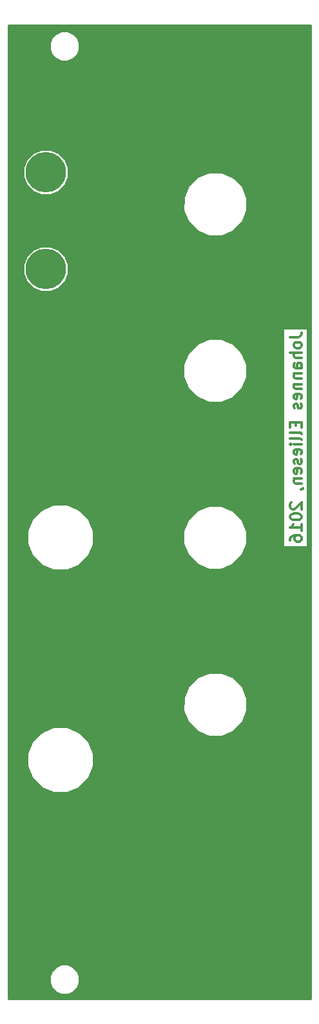
<source format=gbr>
G04 #@! TF.FileFunction,Copper,L2,Bot,Signal*
%FSLAX46Y46*%
G04 Gerber Fmt 4.6, Leading zero omitted, Abs format (unit mm)*
G04 Created by KiCad (PCBNEW 4.0.1-stable) date Mittwoch, 01. Juni 2016 'u57' 17:57:12*
%MOMM*%
G01*
G04 APERTURE LIST*
%ADD10C,0.150000*%
%ADD11C,0.300000*%
%ADD12C,3.200000*%
%ADD13C,5.300000*%
%ADD14C,7.800000*%
%ADD15C,0.254000*%
G04 APERTURE END LIST*
D10*
D11*
X118053571Y-73346429D02*
X119125000Y-73346429D01*
X119339286Y-73275001D01*
X119482143Y-73132144D01*
X119553571Y-72917858D01*
X119553571Y-72775001D01*
X119553571Y-74275001D02*
X119482143Y-74132143D01*
X119410714Y-74060715D01*
X119267857Y-73989286D01*
X118839286Y-73989286D01*
X118696429Y-74060715D01*
X118625000Y-74132143D01*
X118553571Y-74275001D01*
X118553571Y-74489286D01*
X118625000Y-74632143D01*
X118696429Y-74703572D01*
X118839286Y-74775001D01*
X119267857Y-74775001D01*
X119410714Y-74703572D01*
X119482143Y-74632143D01*
X119553571Y-74489286D01*
X119553571Y-74275001D01*
X119553571Y-75417858D02*
X118053571Y-75417858D01*
X119553571Y-76060715D02*
X118767857Y-76060715D01*
X118625000Y-75989286D01*
X118553571Y-75846429D01*
X118553571Y-75632144D01*
X118625000Y-75489286D01*
X118696429Y-75417858D01*
X119553571Y-77417858D02*
X118767857Y-77417858D01*
X118625000Y-77346429D01*
X118553571Y-77203572D01*
X118553571Y-76917858D01*
X118625000Y-76775001D01*
X119482143Y-77417858D02*
X119553571Y-77275001D01*
X119553571Y-76917858D01*
X119482143Y-76775001D01*
X119339286Y-76703572D01*
X119196429Y-76703572D01*
X119053571Y-76775001D01*
X118982143Y-76917858D01*
X118982143Y-77275001D01*
X118910714Y-77417858D01*
X118553571Y-78132144D02*
X119553571Y-78132144D01*
X118696429Y-78132144D02*
X118625000Y-78203572D01*
X118553571Y-78346430D01*
X118553571Y-78560715D01*
X118625000Y-78703572D01*
X118767857Y-78775001D01*
X119553571Y-78775001D01*
X118553571Y-79489287D02*
X119553571Y-79489287D01*
X118696429Y-79489287D02*
X118625000Y-79560715D01*
X118553571Y-79703573D01*
X118553571Y-79917858D01*
X118625000Y-80060715D01*
X118767857Y-80132144D01*
X119553571Y-80132144D01*
X119482143Y-81417858D02*
X119553571Y-81275001D01*
X119553571Y-80989287D01*
X119482143Y-80846430D01*
X119339286Y-80775001D01*
X118767857Y-80775001D01*
X118625000Y-80846430D01*
X118553571Y-80989287D01*
X118553571Y-81275001D01*
X118625000Y-81417858D01*
X118767857Y-81489287D01*
X118910714Y-81489287D01*
X119053571Y-80775001D01*
X119482143Y-82060715D02*
X119553571Y-82203572D01*
X119553571Y-82489287D01*
X119482143Y-82632144D01*
X119339286Y-82703572D01*
X119267857Y-82703572D01*
X119125000Y-82632144D01*
X119053571Y-82489287D01*
X119053571Y-82275001D01*
X118982143Y-82132144D01*
X118839286Y-82060715D01*
X118767857Y-82060715D01*
X118625000Y-82132144D01*
X118553571Y-82275001D01*
X118553571Y-82489287D01*
X118625000Y-82632144D01*
X118767857Y-84489287D02*
X118767857Y-84989287D01*
X119553571Y-85203573D02*
X119553571Y-84489287D01*
X118053571Y-84489287D01*
X118053571Y-85203573D01*
X119553571Y-86060716D02*
X119482143Y-85917858D01*
X119339286Y-85846430D01*
X118053571Y-85846430D01*
X119553571Y-86846430D02*
X119482143Y-86703572D01*
X119339286Y-86632144D01*
X118053571Y-86632144D01*
X119553571Y-87417858D02*
X118553571Y-87417858D01*
X118053571Y-87417858D02*
X118125000Y-87346429D01*
X118196429Y-87417858D01*
X118125000Y-87489286D01*
X118053571Y-87417858D01*
X118196429Y-87417858D01*
X119482143Y-88703572D02*
X119553571Y-88560715D01*
X119553571Y-88275001D01*
X119482143Y-88132144D01*
X119339286Y-88060715D01*
X118767857Y-88060715D01*
X118625000Y-88132144D01*
X118553571Y-88275001D01*
X118553571Y-88560715D01*
X118625000Y-88703572D01*
X118767857Y-88775001D01*
X118910714Y-88775001D01*
X119053571Y-88060715D01*
X119482143Y-89346429D02*
X119553571Y-89489286D01*
X119553571Y-89775001D01*
X119482143Y-89917858D01*
X119339286Y-89989286D01*
X119267857Y-89989286D01*
X119125000Y-89917858D01*
X119053571Y-89775001D01*
X119053571Y-89560715D01*
X118982143Y-89417858D01*
X118839286Y-89346429D01*
X118767857Y-89346429D01*
X118625000Y-89417858D01*
X118553571Y-89560715D01*
X118553571Y-89775001D01*
X118625000Y-89917858D01*
X119482143Y-91203572D02*
X119553571Y-91060715D01*
X119553571Y-90775001D01*
X119482143Y-90632144D01*
X119339286Y-90560715D01*
X118767857Y-90560715D01*
X118625000Y-90632144D01*
X118553571Y-90775001D01*
X118553571Y-91060715D01*
X118625000Y-91203572D01*
X118767857Y-91275001D01*
X118910714Y-91275001D01*
X119053571Y-90560715D01*
X118553571Y-91917858D02*
X119553571Y-91917858D01*
X118696429Y-91917858D02*
X118625000Y-91989286D01*
X118553571Y-92132144D01*
X118553571Y-92346429D01*
X118625000Y-92489286D01*
X118767857Y-92560715D01*
X119553571Y-92560715D01*
X119482143Y-93346429D02*
X119553571Y-93346429D01*
X119696429Y-93275001D01*
X119767857Y-93203572D01*
X118196429Y-95060715D02*
X118125000Y-95132144D01*
X118053571Y-95275001D01*
X118053571Y-95632144D01*
X118125000Y-95775001D01*
X118196429Y-95846430D01*
X118339286Y-95917858D01*
X118482143Y-95917858D01*
X118696429Y-95846430D01*
X119553571Y-94989287D01*
X119553571Y-95917858D01*
X118053571Y-96846429D02*
X118053571Y-96989286D01*
X118125000Y-97132143D01*
X118196429Y-97203572D01*
X118339286Y-97275001D01*
X118625000Y-97346429D01*
X118982143Y-97346429D01*
X119267857Y-97275001D01*
X119410714Y-97203572D01*
X119482143Y-97132143D01*
X119553571Y-96989286D01*
X119553571Y-96846429D01*
X119482143Y-96703572D01*
X119410714Y-96632143D01*
X119267857Y-96560715D01*
X118982143Y-96489286D01*
X118625000Y-96489286D01*
X118339286Y-96560715D01*
X118196429Y-96632143D01*
X118125000Y-96703572D01*
X118053571Y-96846429D01*
X119553571Y-98775000D02*
X119553571Y-97917857D01*
X119553571Y-98346429D02*
X118053571Y-98346429D01*
X118267857Y-98203572D01*
X118410714Y-98060714D01*
X118482143Y-97917857D01*
X118053571Y-100060714D02*
X118053571Y-99775000D01*
X118125000Y-99632143D01*
X118196429Y-99560714D01*
X118410714Y-99417857D01*
X118696429Y-99346428D01*
X119267857Y-99346428D01*
X119410714Y-99417857D01*
X119482143Y-99489285D01*
X119553571Y-99632143D01*
X119553571Y-99917857D01*
X119482143Y-100060714D01*
X119410714Y-100132143D01*
X119267857Y-100203571D01*
X118910714Y-100203571D01*
X118767857Y-100132143D01*
X118696429Y-100060714D01*
X118625000Y-99917857D01*
X118625000Y-99632143D01*
X118696429Y-99489285D01*
X118767857Y-99417857D01*
X118910714Y-99346428D01*
D12*
X85950000Y-86925000D03*
X85950000Y-81525000D03*
X85950000Y-76125000D03*
X85950000Y-70725000D03*
X85975000Y-58025000D03*
D13*
X85950000Y-64375000D03*
X85950000Y-51675000D03*
D14*
X87850000Y-143125000D03*
X87850000Y-113925000D03*
X113900000Y-143125000D03*
X102450000Y-143125000D03*
D15*
G36*
X120715000Y-160190000D02*
X81060000Y-160190000D01*
X81060000Y-158051524D01*
X86432657Y-158051524D01*
X86733003Y-158778418D01*
X87288657Y-159335042D01*
X88015025Y-159636656D01*
X88801524Y-159637343D01*
X89528418Y-159336997D01*
X90085042Y-158781343D01*
X90386656Y-158054975D01*
X90387343Y-157268476D01*
X90086997Y-156541582D01*
X89531343Y-155984958D01*
X88804975Y-155683344D01*
X88018476Y-155682657D01*
X87291582Y-155983003D01*
X86734958Y-156538657D01*
X86433344Y-157265025D01*
X86432657Y-158051524D01*
X81060000Y-158051524D01*
X81060000Y-129681917D01*
X83522250Y-129681917D01*
X84179609Y-131272847D01*
X85395751Y-132491113D01*
X86985530Y-133151247D01*
X88706917Y-133152750D01*
X90297847Y-132495391D01*
X91516113Y-131279249D01*
X92176247Y-129689470D01*
X92177750Y-127968083D01*
X91520391Y-126377153D01*
X90304249Y-125158887D01*
X88714470Y-124498753D01*
X86993083Y-124497250D01*
X85402153Y-125154609D01*
X84183887Y-126370751D01*
X83523753Y-127960530D01*
X83522250Y-129681917D01*
X81060000Y-129681917D01*
X81060000Y-122377211D01*
X104022277Y-122377211D01*
X104656847Y-123912989D01*
X105830830Y-125089023D01*
X107365498Y-125726273D01*
X109027211Y-125727723D01*
X110562989Y-125093153D01*
X111739023Y-123919170D01*
X112376273Y-122384502D01*
X112377723Y-120722789D01*
X111743153Y-119187011D01*
X110569170Y-118010977D01*
X109034502Y-117373727D01*
X107372789Y-117372277D01*
X105837011Y-118006847D01*
X104660977Y-119180830D01*
X104023727Y-120715498D01*
X104022277Y-122377211D01*
X81060000Y-122377211D01*
X81060000Y-100481917D01*
X83522250Y-100481917D01*
X84179609Y-102072847D01*
X85395751Y-103291113D01*
X86985530Y-103951247D01*
X88706917Y-103952750D01*
X90297847Y-103295391D01*
X91516113Y-102079249D01*
X92176247Y-100489470D01*
X92176279Y-100452211D01*
X103997277Y-100452211D01*
X104631847Y-101987989D01*
X105805830Y-103164023D01*
X107340498Y-103801273D01*
X109002211Y-103802723D01*
X110537989Y-103168153D01*
X111714023Y-101994170D01*
X112351273Y-100459502D01*
X112352723Y-98797789D01*
X111718153Y-97262011D01*
X110544170Y-96085977D01*
X109009502Y-95448727D01*
X107347789Y-95447277D01*
X105812011Y-96081847D01*
X104635977Y-97255830D01*
X103998727Y-98790498D01*
X103997277Y-100452211D01*
X92176279Y-100452211D01*
X92177750Y-98768083D01*
X91520391Y-97177153D01*
X90304249Y-95958887D01*
X88714470Y-95298753D01*
X86993083Y-95297250D01*
X85402153Y-95954609D01*
X84183887Y-97170751D01*
X83523753Y-98760530D01*
X83522250Y-100481917D01*
X81060000Y-100481917D01*
X81060000Y-78552211D01*
X103997277Y-78552211D01*
X104631847Y-80087989D01*
X105805830Y-81264023D01*
X107340498Y-81901273D01*
X109002211Y-81902723D01*
X110537989Y-81268153D01*
X111714023Y-80094170D01*
X112351273Y-78559502D01*
X112352723Y-76897789D01*
X111718153Y-75362011D01*
X110544170Y-74185977D01*
X109009502Y-73548727D01*
X107347789Y-73547277D01*
X105812011Y-74181847D01*
X104635977Y-75355830D01*
X103998727Y-76890498D01*
X103997277Y-78552211D01*
X81060000Y-78552211D01*
X81060000Y-72175715D01*
X117140000Y-72175715D01*
X117140000Y-100874285D01*
X120310000Y-100874285D01*
X120310000Y-72175715D01*
X117140000Y-72175715D01*
X81060000Y-72175715D01*
X81060000Y-64964564D01*
X82972484Y-64964564D01*
X83424751Y-66059132D01*
X84261463Y-66897306D01*
X85355240Y-67351482D01*
X86539564Y-67352516D01*
X87634132Y-66900249D01*
X88472306Y-66063537D01*
X88926482Y-64969760D01*
X88927516Y-63785436D01*
X88475249Y-62690868D01*
X87638537Y-61852694D01*
X86544760Y-61398518D01*
X85360436Y-61397484D01*
X84265868Y-61849751D01*
X83427694Y-62686463D01*
X82973518Y-63780240D01*
X82972484Y-64964564D01*
X81060000Y-64964564D01*
X81060000Y-56677211D01*
X104022277Y-56677211D01*
X104656847Y-58212989D01*
X105830830Y-59389023D01*
X107365498Y-60026273D01*
X109027211Y-60027723D01*
X110562989Y-59393153D01*
X111739023Y-58219170D01*
X112376273Y-56684502D01*
X112377723Y-55022789D01*
X111743153Y-53487011D01*
X110569170Y-52310977D01*
X109034502Y-51673727D01*
X107372789Y-51672277D01*
X105837011Y-52306847D01*
X104660977Y-53480830D01*
X104023727Y-55015498D01*
X104022277Y-56677211D01*
X81060000Y-56677211D01*
X81060000Y-52264564D01*
X82972484Y-52264564D01*
X83424751Y-53359132D01*
X84261463Y-54197306D01*
X85355240Y-54651482D01*
X86539564Y-54652516D01*
X87634132Y-54200249D01*
X88472306Y-53363537D01*
X88926482Y-52269760D01*
X88927516Y-51085436D01*
X88475249Y-49990868D01*
X87638537Y-49152694D01*
X86544760Y-48698518D01*
X85360436Y-48697484D01*
X84265868Y-49149751D01*
X83427694Y-49986463D01*
X82973518Y-51080240D01*
X82972484Y-52264564D01*
X81060000Y-52264564D01*
X81060000Y-35511524D01*
X86412657Y-35511524D01*
X86713003Y-36238418D01*
X87268657Y-36795042D01*
X87995025Y-37096656D01*
X88781524Y-37097343D01*
X89508418Y-36796997D01*
X90065042Y-36241343D01*
X90366656Y-35514975D01*
X90367343Y-34728476D01*
X90066997Y-34001582D01*
X89511343Y-33444958D01*
X88784975Y-33143344D01*
X87998476Y-33142657D01*
X87271582Y-33443003D01*
X86714958Y-33998657D01*
X86413344Y-34725025D01*
X86412657Y-35511524D01*
X81060000Y-35511524D01*
X81060000Y-32360000D01*
X120715000Y-32360000D01*
X120715000Y-160190000D01*
X120715000Y-160190000D01*
G37*
X120715000Y-160190000D02*
X81060000Y-160190000D01*
X81060000Y-158051524D01*
X86432657Y-158051524D01*
X86733003Y-158778418D01*
X87288657Y-159335042D01*
X88015025Y-159636656D01*
X88801524Y-159637343D01*
X89528418Y-159336997D01*
X90085042Y-158781343D01*
X90386656Y-158054975D01*
X90387343Y-157268476D01*
X90086997Y-156541582D01*
X89531343Y-155984958D01*
X88804975Y-155683344D01*
X88018476Y-155682657D01*
X87291582Y-155983003D01*
X86734958Y-156538657D01*
X86433344Y-157265025D01*
X86432657Y-158051524D01*
X81060000Y-158051524D01*
X81060000Y-129681917D01*
X83522250Y-129681917D01*
X84179609Y-131272847D01*
X85395751Y-132491113D01*
X86985530Y-133151247D01*
X88706917Y-133152750D01*
X90297847Y-132495391D01*
X91516113Y-131279249D01*
X92176247Y-129689470D01*
X92177750Y-127968083D01*
X91520391Y-126377153D01*
X90304249Y-125158887D01*
X88714470Y-124498753D01*
X86993083Y-124497250D01*
X85402153Y-125154609D01*
X84183887Y-126370751D01*
X83523753Y-127960530D01*
X83522250Y-129681917D01*
X81060000Y-129681917D01*
X81060000Y-122377211D01*
X104022277Y-122377211D01*
X104656847Y-123912989D01*
X105830830Y-125089023D01*
X107365498Y-125726273D01*
X109027211Y-125727723D01*
X110562989Y-125093153D01*
X111739023Y-123919170D01*
X112376273Y-122384502D01*
X112377723Y-120722789D01*
X111743153Y-119187011D01*
X110569170Y-118010977D01*
X109034502Y-117373727D01*
X107372789Y-117372277D01*
X105837011Y-118006847D01*
X104660977Y-119180830D01*
X104023727Y-120715498D01*
X104022277Y-122377211D01*
X81060000Y-122377211D01*
X81060000Y-100481917D01*
X83522250Y-100481917D01*
X84179609Y-102072847D01*
X85395751Y-103291113D01*
X86985530Y-103951247D01*
X88706917Y-103952750D01*
X90297847Y-103295391D01*
X91516113Y-102079249D01*
X92176247Y-100489470D01*
X92176279Y-100452211D01*
X103997277Y-100452211D01*
X104631847Y-101987989D01*
X105805830Y-103164023D01*
X107340498Y-103801273D01*
X109002211Y-103802723D01*
X110537989Y-103168153D01*
X111714023Y-101994170D01*
X112351273Y-100459502D01*
X112352723Y-98797789D01*
X111718153Y-97262011D01*
X110544170Y-96085977D01*
X109009502Y-95448727D01*
X107347789Y-95447277D01*
X105812011Y-96081847D01*
X104635977Y-97255830D01*
X103998727Y-98790498D01*
X103997277Y-100452211D01*
X92176279Y-100452211D01*
X92177750Y-98768083D01*
X91520391Y-97177153D01*
X90304249Y-95958887D01*
X88714470Y-95298753D01*
X86993083Y-95297250D01*
X85402153Y-95954609D01*
X84183887Y-97170751D01*
X83523753Y-98760530D01*
X83522250Y-100481917D01*
X81060000Y-100481917D01*
X81060000Y-78552211D01*
X103997277Y-78552211D01*
X104631847Y-80087989D01*
X105805830Y-81264023D01*
X107340498Y-81901273D01*
X109002211Y-81902723D01*
X110537989Y-81268153D01*
X111714023Y-80094170D01*
X112351273Y-78559502D01*
X112352723Y-76897789D01*
X111718153Y-75362011D01*
X110544170Y-74185977D01*
X109009502Y-73548727D01*
X107347789Y-73547277D01*
X105812011Y-74181847D01*
X104635977Y-75355830D01*
X103998727Y-76890498D01*
X103997277Y-78552211D01*
X81060000Y-78552211D01*
X81060000Y-72175715D01*
X117140000Y-72175715D01*
X117140000Y-100874285D01*
X120310000Y-100874285D01*
X120310000Y-72175715D01*
X117140000Y-72175715D01*
X81060000Y-72175715D01*
X81060000Y-64964564D01*
X82972484Y-64964564D01*
X83424751Y-66059132D01*
X84261463Y-66897306D01*
X85355240Y-67351482D01*
X86539564Y-67352516D01*
X87634132Y-66900249D01*
X88472306Y-66063537D01*
X88926482Y-64969760D01*
X88927516Y-63785436D01*
X88475249Y-62690868D01*
X87638537Y-61852694D01*
X86544760Y-61398518D01*
X85360436Y-61397484D01*
X84265868Y-61849751D01*
X83427694Y-62686463D01*
X82973518Y-63780240D01*
X82972484Y-64964564D01*
X81060000Y-64964564D01*
X81060000Y-56677211D01*
X104022277Y-56677211D01*
X104656847Y-58212989D01*
X105830830Y-59389023D01*
X107365498Y-60026273D01*
X109027211Y-60027723D01*
X110562989Y-59393153D01*
X111739023Y-58219170D01*
X112376273Y-56684502D01*
X112377723Y-55022789D01*
X111743153Y-53487011D01*
X110569170Y-52310977D01*
X109034502Y-51673727D01*
X107372789Y-51672277D01*
X105837011Y-52306847D01*
X104660977Y-53480830D01*
X104023727Y-55015498D01*
X104022277Y-56677211D01*
X81060000Y-56677211D01*
X81060000Y-52264564D01*
X82972484Y-52264564D01*
X83424751Y-53359132D01*
X84261463Y-54197306D01*
X85355240Y-54651482D01*
X86539564Y-54652516D01*
X87634132Y-54200249D01*
X88472306Y-53363537D01*
X88926482Y-52269760D01*
X88927516Y-51085436D01*
X88475249Y-49990868D01*
X87638537Y-49152694D01*
X86544760Y-48698518D01*
X85360436Y-48697484D01*
X84265868Y-49149751D01*
X83427694Y-49986463D01*
X82973518Y-51080240D01*
X82972484Y-52264564D01*
X81060000Y-52264564D01*
X81060000Y-35511524D01*
X86412657Y-35511524D01*
X86713003Y-36238418D01*
X87268657Y-36795042D01*
X87995025Y-37096656D01*
X88781524Y-37097343D01*
X89508418Y-36796997D01*
X90065042Y-36241343D01*
X90366656Y-35514975D01*
X90367343Y-34728476D01*
X90066997Y-34001582D01*
X89511343Y-33444958D01*
X88784975Y-33143344D01*
X87998476Y-33142657D01*
X87271582Y-33443003D01*
X86714958Y-33998657D01*
X86413344Y-34725025D01*
X86412657Y-35511524D01*
X81060000Y-35511524D01*
X81060000Y-32360000D01*
X120715000Y-32360000D01*
X120715000Y-160190000D01*
M02*

</source>
